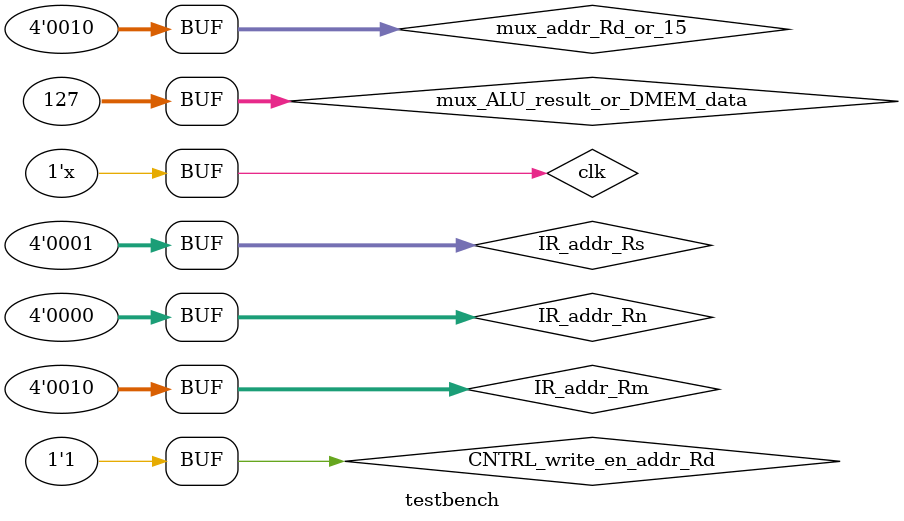
<source format=sv>
module testbench();

  logic [3:0] IR_addr_Rn = 0;
  logic [3:0] IR_addr_Rs = 1;
  logic [3:0] IR_addr_Rm = 2;
  logic [3:0] mux_addr_Rd_or_15 = 0;
  logic CNTRL_write_en_addr_Rd = 1;
  logic [31:0] pc_next;
  logic [31:0] mux_ALU_result_or_DMEM_data = 177;
    
  logic clk = 0;
  logic [31:0] Rn;
  logic [31:0] Rs;
  logic [31:0] Rm;
  logic [31:0] Rd;
  logic [31:0] pc_out;
  
  
  
  always begin 
	#10 clk = ~clk; 
  end
  
  Reg_File inst(IR_addr_Rn,IR_addr_Rs,IR_addr_Rm,mux_addr_Rd_or_15, CNTRL_write_en_addr_Rd, pc_next, mux_ALU_result_or_DMEM_data, clk, Rn, Rs, Rm, Rd, pc_out);

     initial begin
		#20;
		mux_addr_Rd_or_15 = 1;
		mux_ALU_result_or_DMEM_data = 255;
		#20;
		mux_addr_Rd_or_15 = 2;
		mux_ALU_result_or_DMEM_data = 127;

    end
endmodule
 
</source>
